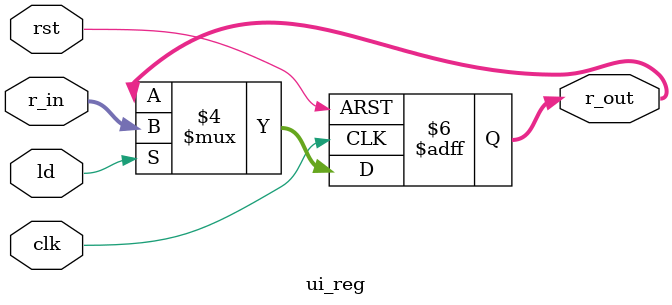
<source format=v>
`timescale 1ns/1ns

module ui_reg(input clk, rst, ld, input [1:0] r_in, output reg [1:0] r_out);

	always@(posedge clk, posedge rst)begin
		if(rst == 1'b1)
			r_out <= 0;
		else
			if(ld == 1'b1)
				r_out <= r_in;
	end
 endmodule


</source>
